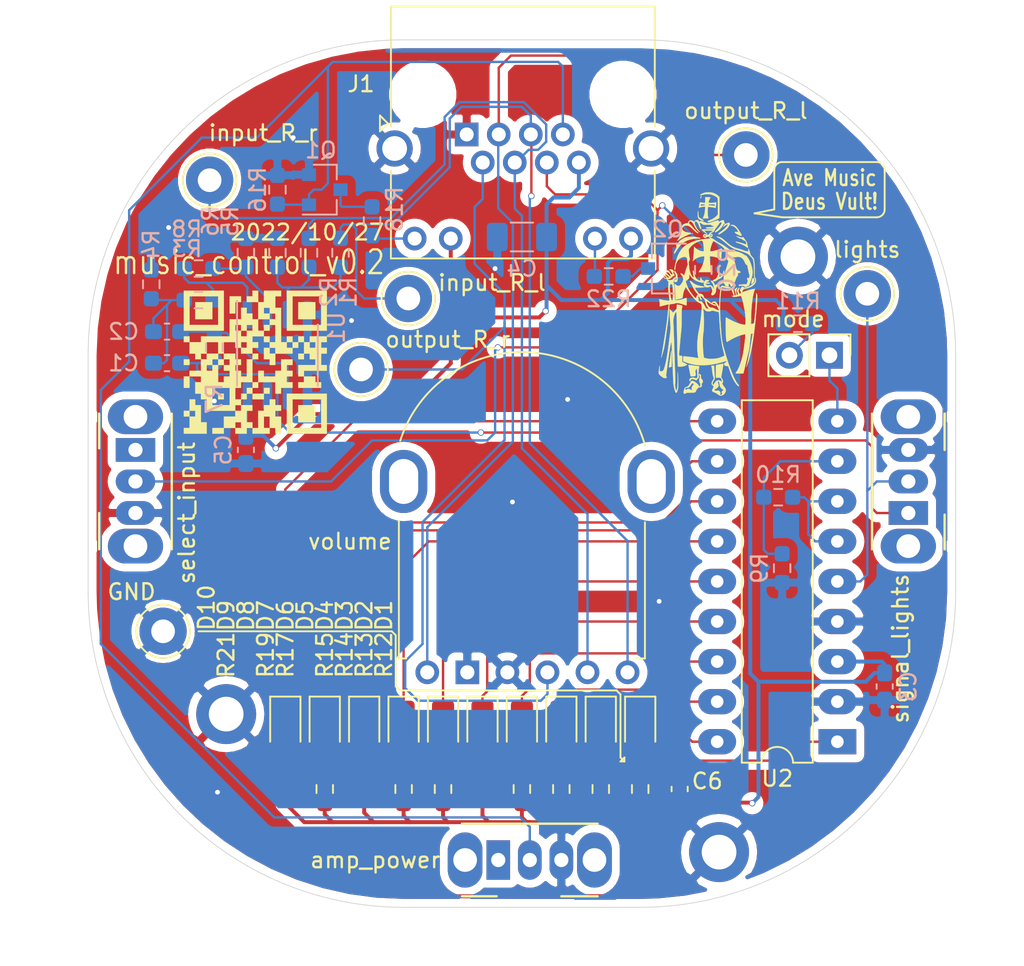
<source format=kicad_pcb>
(kicad_pcb (version 20171130) (host pcbnew "(5.1.7)-1")
  (title_block (title music_control) (date 2022-10-27) (rev v0.1) (company piro.tex))
  (layers (0 F.Cu signal) (31 B.Cu signal) (34 B.Paste user) (35 F.Paste user) (36 B.SilkS user) (37 F.SilkS user) (38 B.Mask user) (39 F.Mask user) (44 Edge.Cuts user))
  (net 0 "")
  (net 1 GND)
  (net 2 +12V)
  (net 3 /led_select_input_minus)
  (net 4 /led_amp_power_minus)
  (net 5 /select_input)
  (net 6 /input_R_r)
  (net 7 /output_R_r)
  (net 8 /amp_power)
  (net 9 /input_R_l)
  (net 10 /output_R_l)
  (net 11 "Net-(SW1-Pad1)")
  (net 12 "Net-(SW2-Pad1)")
  (net 13 "Net-(C1-Pad2)")
  (net 14 /signal_lights)
  (net 15 "Net-(C2-Pad1)")
  (net 16 "Net-(D1-Pad2)")
  (net 17 /led1)
  (net 18 "Net-(D2-Pad2)")
  (net 19 /led2)
  (net 20 "Net-(D3-Pad2)")
  (net 21 /led3)
  (net 22 "Net-(D4-Pad2)")
  (net 23 /led4)
  (net 24 /led5)
  (net 25 "Net-(D6-Pad2)")
  (net 26 /led6)
  (net 27 "Net-(D7-Pad2)")
  (net 28 /led7)
  (net 29 /led8)
  (net 30 "Net-(D9-Pad2)")
  (net 31 /led9)
  (net 32 /led10)
  (net 33 "Net-(JP1-Pad2)")
  (net 34 /mode)
  (net 35 "Net-(Q1-Pad3)")
  (net 36 "Net-(Q2-Pad3)")
  (net 37 "Net-(R1-Pad1)")
  (net 38 /filter)
  (net 39 "Net-(R6-Pad1)")
  (net 40 "Net-(R10-Pad2)")
  (net 41 "Net-(R10-Pad1)")
  (net 42 /lights)
  (module MountingHole:MountingHole_2.2mm_M2_DIN965_Pad (layer F.Cu) (at 83.75 112.75)
    (fp_text reference REF**)
    (fp_text value MountingHole_2.2mm_M2_DIN965_Pad)
    (pad 1 thru_hole circle (at 0 0) (size 3.8 3.8) (drill 2.2) (layers *.Cu *.Mask) (net 1 GND))
  )
  (module MountingHole:MountingHole_2.2mm_M2_DIN965_Pad (layer F.Cu) (at 120 83.75)
    (fp_text reference REF**)
    (fp_text value MountingHole_2.2mm_M2_DIN965_Pad)
    (pad 1 thru_hole circle (at 0 0) (size 3.8 3.8) (drill 2.2) (layers *.Cu *.Mask) (net 1 GND))
  )
  (module MountingHole:MountingHole_2.2mm_M2_DIN965_Pad (layer F.Cu) (at 115 121.5)
    (fp_text reference REF**)
    (fp_text value MountingHole_2.2mm_M2_DIN965_Pad)
    (pad 1 thru_hole circle (at 0 0) (size 3.8 3.8) (drill 2.2) (layers *.Cu *.Mask) (net 1 GND))
  )
  (module mine:Potentiometer_Dual (layer F.Cu) (at 102.5 100 90)
    (fp_text reference volume (at -1.8 -10.9 180) (layer F.SilkS))
    (fp_text value right)
    (pad 1 thru_hole rect (at -10.1 -3.46 90) (size 1.5 1.5) (drill 0.9) (layers *.Cu *.Mask) (net 1 GND))
    (pad 2 thru_hole circle (at -10.1 -6 90) (size 1.5 1.5) (drill 0.9) (layers *.Cu *.Mask) (net 10 /output_R_l))
    (pad 3 thru_hole circle (at -10.1 6.7 90) (size 1.5 1.5) (drill 0.9) (layers *.Cu *.Mask) (net 9 /input_R_l))
    (pad "" thru_hole oval (at 2 8.2 180) (size 3 4) (drill oval 1.85 2.85) (layers *.Cu *.Mask))
    (pad "" thru_hole oval (at 2 -7.5 180) (size 3 4) (drill oval 1.85 2.85) (layers *.Cu *.Mask))
    (pad 6 thru_hole circle (at -10.1 4.16 90) (size 1.5 1.5) (drill 0.9) (layers *.Cu *.Mask) (net 6 /input_R_r))
    (pad 5 thru_hole circle (at -10.1 1.62 90) (size 1.5 1.5) (drill 0.9) (layers *.Cu *.Mask) (net 7 /output_R_r))
    (pad 4 thru_hole circle (at -10.1 -0.92 90) (size 1.5 1.5) (drill 0.9) (layers *.Cu *.Mask) (net 1 GND))
  )
  (module Capacitor_SMD:C_0603_1608Metric_Pad1.08x0.95mm_HandSolder (layer F.Cu) (at 112.5 117.5 90)
    (fp_text reference C6 (at 0.5 1.75 180) (layer F.SilkS))
    (fp_text value 100n)
    (pad 2 smd roundrect (at 0.8625 0 90) (size 1.075 0.95) (layers F.Cu F.Paste F.Mask) (net 1 GND))
    (pad 1 smd roundrect (at -0.8625 0 90) (size 1.075 0.95) (layers F.Cu F.Paste F.Mask) (net 2 +12V))
  )
  (module TestPoint:TestPoint_Loop_D2.54mm_Drill1.5mm_Beaded (layer F.Cu) (at 79.75 107.5)
    (fp_text reference TP6)
    (fp_text value GND (at -2 -2.5) (layer F.SilkS))
    (pad 1 thru_hole circle (at 0 0) (size 3 3) (drill 1.5) (layers *.Cu *.Mask) (net 1 GND))
  )
  (module Package_DIP:DIP-18_W7.62mm_LongPads (layer F.Cu) (at 122.5 114.5 180)
    (fp_text reference U2 (at 3.81 -2.33) (layer F.SilkS))
    (fp_text value LM3915)
    (pad 18 thru_hole oval (at 7.62 0 180) (size 2.4 1.6) (drill 0.8) (layers *.Cu *.Mask) (net 19 /led2))
    (pad 9 thru_hole oval (at 0 20.32 180) (size 2.4 1.6) (drill 0.8) (layers *.Cu *.Mask) (net 34 /mode))
    (pad 17 thru_hole oval (at 7.62 2.54 180) (size 2.4 1.6) (drill 0.8) (layers *.Cu *.Mask) (net 21 /led3))
    (pad 8 thru_hole oval (at 0 17.78 180) (size 2.4 1.6) (drill 0.8) (layers *.Cu *.Mask) (net 40 "Net-(R10-Pad2)"))
    (pad 16 thru_hole oval (at 7.62 5.08 180) (size 2.4 1.6) (drill 0.8) (layers *.Cu *.Mask) (net 23 /led4))
    (pad 7 thru_hole oval (at 0 15.24 180) (size 2.4 1.6) (drill 0.8) (layers *.Cu *.Mask) (net 41 "Net-(R10-Pad1)"))
    (pad 15 thru_hole oval (at 7.62 7.62 180) (size 2.4 1.6) (drill 0.8) (layers *.Cu *.Mask) (net 24 /led5))
    (pad 6 thru_hole oval (at 0 12.7 180) (size 2.4 1.6) (drill 0.8) (layers *.Cu *.Mask) (net 41 "Net-(R10-Pad1)"))
    (pad 14 thru_hole oval (at 7.62 10.16 180) (size 2.4 1.6) (drill 0.8) (layers *.Cu *.Mask) (net 26 /led6))
    (pad 5 thru_hole oval (at 0 10.16 180) (size 2.4 1.6) (drill 0.8) (layers *.Cu *.Mask) (net 42 /lights))
    (pad 13 thru_hole oval (at 7.62 12.7 180) (size 2.4 1.6) (drill 0.8) (layers *.Cu *.Mask) (net 28 /led7))
    (pad 4 thru_hole oval (at 0 7.62 180) (size 2.4 1.6) (drill 0.8) (layers *.Cu *.Mask) (net 1 GND))
    (pad 12 thru_hole oval (at 7.62 15.24 180) (size 2.4 1.6) (drill 0.8) (layers *.Cu *.Mask) (net 29 /led8))
    (pad 3 thru_hole oval (at 0 5.08 180) (size 2.4 1.6) (drill 0.8) (layers *.Cu *.Mask) (net 2 +12V))
    (pad 11 thru_hole oval (at 7.62 17.78 180) (size 2.4 1.6) (drill 0.8) (layers *.Cu *.Mask) (net 31 /led9))
    (pad 2 thru_hole oval (at 0 2.54 180) (size 2.4 1.6) (drill 0.8) (layers *.Cu *.Mask) (net 1 GND))
    (pad 10 thru_hole oval (at 7.62 20.32 180) (size 2.4 1.6) (drill 0.8) (layers *.Cu *.Mask) (net 32 /led10))
    (pad 1 thru_hole rect (at 0 0 180) (size 2.4 1.6) (drill 0.8) (layers *.Cu *.Mask) (net 17 /led1))
  )
  (module Package_SO:SO-8_3.9x4.9mm_P1.27mm (layer B.Cu) (at 87 90 270)
    (fp_text reference U1 (at -1.75 -3.75 90) (layer B.SilkS) (effects (justify mirror)))
    (fp_text value LM2904)
    (pad 8 smd roundrect (at 2.575 1.905 270) (size 1.75 0.6) (layers B.Cu B.Paste B.Mask) (net 2 +12V))
    (pad 7 smd roundrect (at 2.575 0.635 270) (size 1.75 0.6) (layers B.Cu B.Paste B.Mask) (net 14 /signal_lights))
    (pad 6 smd roundrect (at 2.575 -0.635 270) (size 1.75 0.6) (layers B.Cu B.Paste B.Mask) (net 15 "Net-(C2-Pad1)"))
    (pad 5 smd roundrect (at 2.575 -1.905 270) (size 1.75 0.6) (layers B.Cu B.Paste B.Mask) (net 1 GND))
    (pad 4 smd roundrect (at -2.575 -1.905 270) (size 1.75 0.6) (layers B.Cu B.Paste B.Mask) (net 1 GND))
    (pad 3 smd roundrect (at -2.575 -0.635 270) (size 1.75 0.6) (layers B.Cu B.Paste B.Mask) (net 37 "Net-(R1-Pad1)"))
    (pad 2 smd roundrect (at -2.575 0.635 270) (size 1.75 0.6) (layers B.Cu B.Paste B.Mask) (net 39 "Net-(R6-Pad1)"))
    (pad 1 smd rect (at -2.575 1.905 270) (size 1.75 0.6) (layers B.Cu B.Paste B.Mask) (net 38 /filter))
  )
  (module TestPoint:TestPoint_Loop_D2.54mm_Drill1.5mm_Beaded (layer F.Cu) (at 92.3 90.9)
    (fp_text reference TP5)
    (fp_text value output_R_r (at 5.5 -1.9) (layer F.SilkS))
    (pad 1 thru_hole circle (at 0 0) (size 3 3) (drill 1.5) (layers *.Cu *.Mask) (net 7 /output_R_r))
  )
  (module TestPoint:TestPoint_Loop_D2.54mm_Drill1.5mm_Beaded (layer F.Cu) (at 116.7 77.3)
    (fp_text reference TP4)
    (fp_text value output_R_l (at 0 -2.8) (layer F.SilkS))
    (pad 1 thru_hole circle (at 0 0) (size 3 3) (drill 1.5) (layers *.Cu *.Mask) (net 10 /output_R_l))
  )
  (module TestPoint:TestPoint_Loop_D2.54mm_Drill1.5mm_Beaded (layer F.Cu) (at 82.7 78.9)
    (fp_text reference TP3)
    (fp_text value input_R_r (at 3.4 -3) (layer F.SilkS))
    (pad 1 thru_hole circle (at 0 0) (size 3 3) (drill 1.5) (layers *.Cu *.Mask) (net 6 /input_R_r))
  )
  (module TestPoint:TestPoint_Loop_D2.54mm_Drill1.5mm_Beaded (layer F.Cu) (at 95.3 86.4)
    (fp_text reference TP2)
    (fp_text value input_R_l (at 5.3 -1) (layer F.SilkS))
    (pad 1 thru_hole circle (at 0 0) (size 3 3) (drill 1.5) (layers *.Cu *.Mask) (net 9 /input_R_l))
  )
  (module TestPoint:TestPoint_Loop_D2.54mm_Drill1.5mm_Beaded (layer F.Cu) (at 124.4 86.1)
    (fp_text reference TP1)
    (fp_text value lights (at 0 -2.8) (layer F.SilkS))
    (pad 1 thru_hole circle (at 0 0) (size 3 3) (drill 1.5) (layers *.Cu *.Mask) (net 42 /lights))
  )
  (module Button_Switch_THT:SW_CuK_OS102011MA1QN1_SPDT_Angled (layer F.Cu) (at 127 100 90)
    (fp_text reference SW3)
    (fp_text value signal_lights (at -8.6 -0.5 90) (layer F.SilkS))
    (pad "" thru_hole oval (at 6.1 0 90) (size 2.2 3.5) (drill 1.5) (layers *.Cu *.Mask))
    (pad "" thru_hole oval (at -2.1 0 90) (size 2.2 3.5) (drill 1.5) (layers *.Cu *.Mask))
    (pad 3 thru_hole oval (at 4 0 90) (size 1.5 2.5) (drill 0.9) (layers *.Cu *.Mask) (net 1 GND))
    (pad 2 thru_hole oval (at 2 0 90) (size 1.5 2.5) (drill 0.9) (layers *.Cu *.Mask) (net 42 /lights))
    (pad 1 thru_hole rect (at 0 0 90) (size 1.5 2.5) (drill 0.9) (layers *.Cu *.Mask) (net 14 /signal_lights))
  )
  (module Button_Switch_THT:SW_CuK_OS102011MA1QN1_SPDT_Angled (layer F.Cu) (at 78 96 270)
    (fp_text reference SW2)
    (fp_text value select_input (at 4 -3.25 90) (layer F.SilkS))
    (pad "" thru_hole oval (at 6.1 0 270) (size 2.2 3.5) (drill 1.5) (layers *.Cu *.Mask))
    (pad "" thru_hole oval (at -2.1 0 270) (size 2.2 3.5) (drill 1.5) (layers *.Cu *.Mask))
    (pad 3 thru_hole oval (at 4 0 270) (size 1.5 2.5) (drill 0.9) (layers *.Cu *.Mask) (net 1 GND))
    (pad 2 thru_hole oval (at 2 0 270) (size 1.5 2.5) (drill 0.9) (layers *.Cu *.Mask) (net 5 /select_input))
    (pad 1 thru_hole rect (at 0 0 270) (size 1.5 2.5) (drill 0.9) (layers *.Cu *.Mask) (net 12 "Net-(SW2-Pad1)"))
  )
  (module Button_Switch_THT:SW_CuK_OS102011MA1QN1_SPDT_Angled (layer F.Cu) (at 101 122)
    (fp_text reference SW1)
    (fp_text value amp_power (at -7.8 0) (layer F.SilkS))
    (pad "" thru_hole oval (at 6.1 0) (size 2.2 3.5) (drill 1.5) (layers *.Cu *.Mask))
    (pad "" thru_hole oval (at -2.1 0) (size 2.2 3.5) (drill 1.5) (layers *.Cu *.Mask))
    (pad 3 thru_hole oval (at 4 0) (size 1.5 2.5) (drill 0.9) (layers *.Cu *.Mask) (net 1 GND))
    (pad 2 thru_hole oval (at 2 0) (size 1.5 2.5) (drill 0.9) (layers *.Cu *.Mask) (net 8 /amp_power))
    (pad 1 thru_hole rect (at 0 0) (size 1.5 2.5) (drill 0.9) (layers *.Cu *.Mask) (net 11 "Net-(SW1-Pad1)"))
  )
  (module Resistor_SMD:R_0603_1608Metric_Pad0.98x0.95mm_HandSolder (layer B.Cu) (at 108 85)
    (fp_text reference R22 (at 0 1.43) (layer B.SilkS) (effects (justify mirror)))
    (fp_text value 1k)
    (pad 2 smd roundrect (at 0.9125 0) (size 0.975 0.95) (layers B.Cu B.Paste B.Mask) (net 36 "Net-(Q2-Pad3)"))
    (pad 1 smd roundrect (at -0.9125 0) (size 0.975 0.95) (layers B.Cu B.Paste B.Mask) (net 3 /led_select_input_minus))
  )
  (module Resistor_SMD:R_0603_1608Metric_Pad0.98x0.95mm_HandSolder (layer F.Cu) (at 90 117.5 90)
    (fp_text reference R21 (at 8.5 -6.25 270) (layer F.SilkS))
    (fp_text value 51)
    (pad 2 smd roundrect (at 0.9125 0 90) (size 0.975 0.95) (layers F.Cu F.Paste F.Mask) (net 30 "Net-(D9-Pad2)"))
    (pad 1 smd roundrect (at -0.9125 0 90) (size 0.975 0.95) (layers F.Cu F.Paste F.Mask) (net 2 +12V))
  )
  (module Resistor_SMD:R_0603_1608Metric_Pad0.98x0.95mm_HandSolder (layer B.Cu) (at 114 84.5875 270)
    (fp_text reference R20 (at 0 -1.5 90) (layer B.SilkS) (effects (justify mirror)))
    (fp_text value 10k)
    (pad 2 smd roundrect (at 0.9125 0 270) (size 0.975 0.95) (layers B.Cu B.Paste B.Mask) (net 1 GND))
    (pad 1 smd roundrect (at -0.9125 0 270) (size 0.975 0.95) (layers B.Cu B.Paste B.Mask) (net 5 /select_input))
  )
  (module Resistor_SMD:R_0603_1608Metric_Pad0.98x0.95mm_HandSolder (layer F.Cu) (at 95 117.5 90)
    (fp_text reference R19 (at 8.5 -8.75 270) (layer F.SilkS))
    (fp_text value 33)
    (pad 2 smd roundrect (at 0.9125 0 90) (size 0.975 0.95) (layers F.Cu F.Paste F.Mask) (net 27 "Net-(D7-Pad2)"))
    (pad 1 smd roundrect (at -0.9125 0 90) (size 0.975 0.95) (layers F.Cu F.Paste F.Mask) (net 2 +12V))
  )
  (module Resistor_SMD:R_0603_1608Metric_Pad0.98x0.95mm_HandSolder (layer B.Cu) (at 93 81.5 90)
    (fp_text reference R18 (at 0.75 1.43 90) (layer B.SilkS) (effects (justify mirror)))
    (fp_text value 1k)
    (pad 2 smd roundrect (at 0.9125 0 90) (size 0.975 0.95) (layers B.Cu B.Paste B.Mask) (net 35 "Net-(Q1-Pad3)"))
    (pad 1 smd roundrect (at -0.9125 0 90) (size 0.975 0.95) (layers B.Cu B.Paste B.Mask) (net 4 /led_amp_power_minus))
  )
  (module Resistor_SMD:R_0603_1608Metric_Pad0.98x0.95mm_HandSolder (layer F.Cu) (at 97.5 117.5 90)
    (fp_text reference R17 (at 8.5 -10 270) (layer F.SilkS))
    (fp_text value 68)
    (pad 2 smd roundrect (at 0.9125 0 90) (size 0.975 0.95) (layers F.Cu F.Paste F.Mask) (net 25 "Net-(D6-Pad2)"))
    (pad 1 smd roundrect (at -0.9125 0 90) (size 0.975 0.95) (layers F.Cu F.Paste F.Mask) (net 2 +12V))
  )
  (module Resistor_SMD:R_0603_1608Metric_Pad0.98x0.95mm_HandSolder (layer B.Cu) (at 87 79.5 90)
    (fp_text reference R16 (at 0 -1.25 90) (layer B.SilkS) (effects (justify mirror)))
    (fp_text value 10k)
    (pad 2 smd roundrect (at 0.9125 0 90) (size 0.975 0.95) (layers B.Cu B.Paste B.Mask) (net 1 GND))
    (pad 1 smd roundrect (at -0.9125 0 90) (size 0.975 0.95) (layers B.Cu B.Paste B.Mask) (net 8 /amp_power))
  )
  (module Resistor_SMD:R_0603_1608Metric_Pad0.98x0.95mm_HandSolder (layer F.Cu) (at 102.5 117.5 90)
    (fp_text reference R15 (at 8.5 -12.5 270) (layer F.SilkS))
    (fp_text value 24)
    (pad 2 smd roundrect (at 0.9125 0 90) (size 0.975 0.95) (layers F.Cu F.Paste F.Mask) (net 22 "Net-(D4-Pad2)"))
    (pad 1 smd roundrect (at -0.9125 0 90) (size 0.975 0.95) (layers F.Cu F.Paste F.Mask) (net 2 +12V))
  )
  (module Resistor_SMD:R_0603_1608Metric_Pad0.98x0.95mm_HandSolder (layer F.Cu) (at 105 117.5 90)
    (fp_text reference R14 (at 8.5 -13.75 270) (layer F.SilkS))
    (fp_text value 51)
    (pad 2 smd roundrect (at 0.9125 0 90) (size 0.975 0.95) (layers F.Cu F.Paste F.Mask) (net 20 "Net-(D3-Pad2)"))
    (pad 1 smd roundrect (at -0.9125 0 90) (size 0.975 0.95) (layers F.Cu F.Paste F.Mask) (net 2 +12V))
  )
  (module Resistor_SMD:R_0603_1608Metric_Pad0.98x0.95mm_HandSolder (layer F.Cu) (at 107.5 117.5 90)
    (fp_text reference R13 (at 8.5 -15 270) (layer F.SilkS))
    (fp_text value 75)
    (pad 2 smd roundrect (at 0.9125 0 90) (size 0.975 0.95) (layers F.Cu F.Paste F.Mask) (net 18 "Net-(D2-Pad2)"))
    (pad 1 smd roundrect (at -0.9125 0 90) (size 0.975 0.95) (layers F.Cu F.Paste F.Mask) (net 2 +12V))
  )
  (module Resistor_SMD:R_0603_1608Metric_Pad0.98x0.95mm_HandSolder (layer F.Cu) (at 110 117.5 90)
    (fp_text reference R12 (at 8.5 -16.25 270) (layer F.SilkS))
    (fp_text value 100)
    (pad 2 smd roundrect (at 0.9125 0 90) (size 0.975 0.95) (layers F.Cu F.Paste F.Mask) (net 16 "Net-(D1-Pad2)"))
    (pad 1 smd roundrect (at -0.9125 0 90) (size 0.975 0.95) (layers F.Cu F.Paste F.Mask) (net 2 +12V))
  )
  (module Resistor_SMD:R_0603_1608Metric_Pad0.98x0.95mm_HandSolder (layer B.Cu) (at 120 88 180)
    (fp_text reference R11 (at 0 1.43) (layer B.SilkS) (effects (justify mirror)))
    (fp_text value 1k)
    (pad 2 smd roundrect (at 0.9125 0 180) (size 0.975 0.95) (layers B.Cu B.Paste B.Mask) (net 2 +12V))
    (pad 1 smd roundrect (at -0.9125 0 180) (size 0.975 0.95) (layers B.Cu B.Paste B.Mask) (net 33 "Net-(JP1-Pad2)"))
  )
  (module Resistor_SMD:R_0603_1608Metric_Pad0.98x0.95mm_HandSolder (layer B.Cu) (at 118.75 99 180)
    (fp_text reference R10 (at 0 1.43) (layer B.SilkS) (effects (justify mirror)))
    (fp_text value 390)
    (pad 2 smd roundrect (at 0.9125 0 180) (size 0.975 0.95) (layers B.Cu B.Paste B.Mask) (net 40 "Net-(R10-Pad2)"))
    (pad 1 smd roundrect (at -0.9125 0 180) (size 0.975 0.95) (layers B.Cu B.Paste B.Mask) (net 41 "Net-(R10-Pad1)"))
  )
  (module Resistor_SMD:R_0603_1608Metric_Pad0.98x0.95mm_HandSolder (layer B.Cu) (at 119 103.5 270)
    (fp_text reference R9 (at 0 1.43 270) (layer B.SilkS) (effects (justify mirror)))
    (fp_text value 2.7k)
    (pad 2 smd roundrect (at 0.9125 0 270) (size 0.975 0.95) (layers B.Cu B.Paste B.Mask) (net 1 GND))
    (pad 1 smd roundrect (at -0.9125 0 270) (size 0.975 0.95) (layers B.Cu B.Paste B.Mask) (net 40 "Net-(R10-Pad2)"))
  )
  (module Resistor_SMD:R_0603_1608Metric_Pad0.98x0.95mm_HandSolder (layer B.Cu) (at 82 84.5)
    (fp_text reference R8 (at -0.75 -2.5) (layer B.SilkS) (effects (justify mirror)))
    (fp_text value 82k)
    (pad 2 smd roundrect (at 0.9125 0) (size 0.975 0.95) (layers B.Cu B.Paste B.Mask) (net 39 "Net-(R6-Pad1)"))
    (pad 1 smd roundrect (at -0.9125 0) (size 0.975 0.95) (layers B.Cu B.Paste B.Mask) (net 38 /filter))
  )
  (module Resistor_SMD:R_0603_1608Metric_Pad0.98x0.95mm_HandSolder (layer B.Cu) (at 83 89.5 90)
    (fp_text reference R7 (at -3.25 0 270) (layer B.SilkS) (effects (justify mirror)))
    (fp_text value 330k)
    (pad 2 smd roundrect (at 0.9125 0 90) (size 0.975 0.95) (layers B.Cu B.Paste B.Mask) (net 15 "Net-(C2-Pad1)"))
    (pad 1 smd roundrect (at -0.9125 0 90) (size 0.975 0.95) (layers B.Cu B.Paste B.Mask) (net 14 /signal_lights))
  )
  (module Resistor_SMD:R_0603_1608Metric_Pad0.98x0.95mm_HandSolder (layer B.Cu) (at 85 83.5 90)
    (fp_text reference R6 (at 2 -2.25 90) (layer B.SilkS) (effects (justify mirror)))
    (fp_text value 10k)
    (pad 2 smd roundrect (at 0.9125 0 90) (size 0.975 0.95) (layers B.Cu B.Paste B.Mask) (net 1 GND))
    (pad 1 smd roundrect (at -0.9125 0 90) (size 0.975 0.95) (layers B.Cu B.Paste B.Mask) (net 39 "Net-(R6-Pad1)"))
  )
  (module Resistor_SMD:R_0603_1608Metric_Pad0.98x0.95mm_HandSolder (layer B.Cu) (at 87 83.5 270)
    (fp_text reference R5 (at -2 3 90) (layer B.SilkS) (effects (justify mirror)))
    (fp_text value 10k)
    (pad 2 smd roundrect (at 0.9125 0 270) (size 0.975 0.95) (layers B.Cu B.Paste B.Mask) (net 37 "Net-(R1-Pad1)"))
    (pad 1 smd roundrect (at -0.9125 0 270) (size 0.975 0.95) (layers B.Cu B.Paste B.Mask) (net 1 GND))
  )
  (module Resistor_SMD:R_0603_1608Metric_Pad0.98x0.95mm_HandSolder (layer B.Cu) (at 79 85.5 90)
    (fp_text reference R4 (at 2.5 0 90) (layer B.SilkS) (effects (justify mirror)))
    (fp_text value 8R)
    (pad 2 smd roundrect (at 0.9125 0 90) (size 0.975 0.95) (layers B.Cu B.Paste B.Mask) (net 1 GND))
    (pad 1 smd roundrect (at -0.9125 0 90) (size 0.975 0.95) (layers B.Cu B.Paste B.Mask) (net 13 "Net-(C1-Pad2)"))
  )
  (module Resistor_SMD:R_0603_1608Metric_Pad0.98x0.95mm_HandSolder (layer B.Cu) (at 82 86.5)
    (fp_text reference R3 (at -0.75 -3.25) (layer B.SilkS) (effects (justify mirror)))
    (fp_text value 16k)
    (pad 2 smd roundrect (at 0.9125 0) (size 0.975 0.95) (layers B.Cu B.Paste B.Mask) (net 38 /filter))
    (pad 1 smd roundrect (at -0.9125 0) (size 0.975 0.95) (layers B.Cu B.Paste B.Mask) (net 13 "Net-(C1-Pad2)"))
  )
  (module Resistor_SMD:R_0603_1608Metric_Pad0.98x0.95mm_HandSolder (layer B.Cu) (at 89 83.5 90)
    (fp_text reference R2 (at -2.5 1.25 90) (layer B.SilkS) (effects (justify mirror)))
    (fp_text value 10k)
    (pad 2 smd roundrect (at 0.9125 0 90) (size 0.975 0.95) (layers B.Cu B.Paste B.Mask) (net 6 /input_R_r))
    (pad 1 smd roundrect (at -0.9125 0 90) (size 0.975 0.95) (layers B.Cu B.Paste B.Mask) (net 37 "Net-(R1-Pad1)"))
  )
  (module Resistor_SMD:R_0603_1608Metric_Pad0.98x0.95mm_HandSolder (layer B.Cu) (at 91 83.5 90)
    (fp_text reference R1 (at -2.5 0.5 90) (layer B.SilkS) (effects (justify mirror)))
    (fp_text value 10k)
    (pad 2 smd roundrect (at 0.9125 0 90) (size 0.975 0.95) (layers B.Cu B.Paste B.Mask) (net 9 /input_R_l))
    (pad 1 smd roundrect (at -0.9125 0 90) (size 0.975 0.95) (layers B.Cu B.Paste B.Mask) (net 37 "Net-(R1-Pad1)"))
  )
  (module Package_TO_SOT_SMD:SOT-23 (layer B.Cu) (at 111.5 84.5 180)
    (fp_text reference Q2 (at -0.25 2.5) (layer B.SilkS) (effects (justify mirror)))
    (fp_text value BSS138)
    (pad 3 smd rect (at 1 0 180) (size 0.9 0.8) (layers B.Cu B.Paste B.Mask) (net 36 "Net-(Q2-Pad3)"))
    (pad 2 smd rect (at -1 -0.95 180) (size 0.9 0.8) (layers B.Cu B.Paste B.Mask) (net 1 GND))
    (pad 1 smd rect (at -1 0.95 180) (size 0.9 0.8) (layers B.Cu B.Paste B.Mask) (net 5 /select_input))
  )
  (module Package_TO_SOT_SMD:SOT-23 (layer B.Cu) (at 90 79.5)
    (fp_text reference Q1 (at -0.25 -2.5) (layer B.SilkS) (effects (justify mirror)))
    (fp_text value BSS138)
    (pad 3 smd rect (at 1 0) (size 0.9 0.8) (layers B.Cu B.Paste B.Mask) (net 35 "Net-(Q1-Pad3)"))
    (pad 2 smd rect (at -1 -0.95) (size 0.9 0.8) (layers B.Cu B.Paste B.Mask) (net 1 GND))
    (pad 1 smd rect (at -1 0.95) (size 0.9 0.8) (layers B.Cu B.Paste B.Mask) (net 8 /amp_power))
  )
  (module Connector_PinHeader_2.54mm:PinHeader_1x02_P2.54mm_Vertical (layer F.Cu) (at 122 90 270)
    (fp_text reference JP1)
    (fp_text value mode (at -2.3 2.3 180) (layer F.SilkS))
    (pad 2 thru_hole oval (at 0 2.54 270) (size 1.7 1.7) (drill 1) (layers *.Cu *.Mask) (net 33 "Net-(JP1-Pad2)"))
    (pad 1 thru_hole rect (at 0 0 270) (size 1.7 1.7) (drill 1) (layers *.Cu *.Mask) (net 34 /mode))
  )
  (module Connector_RJ:RJ45_Amphenol_RJHSE538X (layer F.Cu) (at 99 76)
    (fp_text reference J1 (at -6.7 -3.2) (layer F.SilkS))
    (fp_text value control)
    (pad 12 thru_hole circle (at 10.42 6.6) (size 1.5 1.5) (drill 0.89) (layers *.Cu *.Mask) (net 2 +12V))
    (pad 11 thru_hole circle (at 8.13 6.6) (size 1.5 1.5) (drill 0.89) (layers *.Cu *.Mask) (net 3 /led_select_input_minus))
    (pad 10 thru_hole circle (at -1.01 6.6) (size 1.5 1.5) (drill 0.89) (layers *.Cu *.Mask) (net 2 +12V))
    (pad 9 thru_hole circle (at -3.3 6.6) (size 1.5 1.5) (drill 0.89) (layers *.Cu *.Mask) (net 4 /led_amp_power_minus))
    (pad SH thru_hole circle (at -4.57 0.89) (size 2.3 2.3) (drill 1.57) (layers *.Cu *.Mask) (net 1 GND))
    (pad SH thru_hole circle (at 11.69 0.89) (size 2.3 2.3) (drill 1.57) (layers *.Cu *.Mask) (net 1 GND))
    (pad "" np_thru_hole circle (at 9.91 -2.54) (size 3.25 3.25) (drill 3.25) (layers *.Cu *.Mask))
    (pad "" np_thru_hole circle (at -2.79 -2.54) (size 3.25 3.25) (drill 3.25) (layers *.Cu *.Mask))
    (pad 8 thru_hole circle (at 7.112 1.78) (size 1.5 1.5) (drill 0.89) (layers *.Cu *.Mask) (net 2 +12V))
    (pad 6 thru_hole circle (at 5.08 1.78) (size 1.5 1.5) (drill 0.89) (layers *.Cu *.Mask) (net 5 /select_input))
    (pad 4 thru_hole circle (at 3.048 1.78) (size 1.5 1.5) (drill 0.89) (layers *.Cu *.Mask) (net 6 /input_R_r))
    (pad 2 thru_hole circle (at 1.016 1.78) (size 1.5 1.5) (drill 0.89) (layers *.Cu *.Mask) (net 7 /output_R_r))
    (pad 7 thru_hole circle (at 6.096 0) (size 1.5 1.5) (drill 0.89) (layers *.Cu *.Mask) (net 8 /amp_power))
    (pad 5 thru_hole circle (at 4.064 0) (size 1.5 1.5) (drill 0.89) (layers *.Cu *.Mask) (net 9 /input_R_l))
    (pad 3 thru_hole circle (at 2.032 0) (size 1.5 1.5) (drill 0.89) (layers *.Cu *.Mask) (net 10 /output_R_l))
    (pad 1 thru_hole rect (at 0 0) (size 1.5 1.5) (drill 0.89) (layers *.Cu *.Mask) (net 1 GND))
  )
  (module LED_SMD:LED_0805_2012Metric_Pad1.15x1.40mm_HandSolder (layer F.Cu) (at 87.5 113.5 270)
    (fp_text reference D10 (at -7.5 5 270) (layer F.SilkS))
    (fp_text value red)
    (pad 2 smd roundrect (at 1.025 0 270) (size 1.15 1.4) (layers F.Cu F.Paste F.Mask) (roundrect_rratio 0.2173904347826087) (net 2 +12V))
    (pad 1 smd roundrect (at -1.025 0 270) (size 1.15 1.4) (layers F.Cu F.Paste F.Mask) (roundrect_rratio 0.2173904347826087) (net 32 /led10))
  )
  (module LED_SMD:LED_0805_2012Metric_Pad1.15x1.40mm_HandSolder (layer F.Cu) (at 90 113.5 270)
    (fp_text reference D9 (at -7 6.25 270) (layer F.SilkS))
    (fp_text value red)
    (pad 2 smd roundrect (at 1.025 0 270) (size 1.15 1.4) (layers F.Cu F.Paste F.Mask) (roundrect_rratio 0.2173904347826087) (net 30 "Net-(D9-Pad2)"))
    (pad 1 smd roundrect (at -1.025 0 270) (size 1.15 1.4) (layers F.Cu F.Paste F.Mask) (roundrect_rratio 0.2173904347826087) (net 31 /led9))
  )
  (module LED_SMD:LED_0805_2012Metric_Pad1.15x1.40mm_HandSolder (layer F.Cu) (at 92.5 113.5 270)
    (fp_text reference D8 (at -7 7.5 270) (layer F.SilkS))
    (fp_text value orange)
    (pad 2 smd roundrect (at 1.025 0 270) (size 1.15 1.4) (layers F.Cu F.Paste F.Mask) (roundrect_rratio 0.2173904347826087) (net 2 +12V))
    (pad 1 smd roundrect (at -1.025 0 270) (size 1.15 1.4) (layers F.Cu F.Paste F.Mask) (roundrect_rratio 0.2173904347826087) (net 29 /led8))
  )
  (module LED_SMD:LED_0805_2012Metric_Pad1.15x1.40mm_HandSolder (layer F.Cu) (at 95 113.5 270)
    (fp_text reference D7 (at -7 8.75 270) (layer F.SilkS))
    (fp_text value orange)
    (pad 2 smd roundrect (at 1.025 0 270) (size 1.15 1.4) (layers F.Cu F.Paste F.Mask) (roundrect_rratio 0.2173904347826087) (net 27 "Net-(D7-Pad2)"))
    (pad 1 smd roundrect (at -1.025 0 270) (size 1.15 1.4) (layers F.Cu F.Paste F.Mask) (roundrect_rratio 0.2173904347826087) (net 28 /led7))
  )
  (module LED_SMD:LED_0805_2012Metric_Pad1.15x1.40mm_HandSolder (layer F.Cu) (at 97.5 113.5 270)
    (fp_text reference D6 (at -7 10 270) (layer F.SilkS))
    (fp_text value orange)
    (pad 2 smd roundrect (at 1.025 0 270) (size 1.15 1.4) (layers F.Cu F.Paste F.Mask) (roundrect_rratio 0.2173904347826087) (net 25 "Net-(D6-Pad2)"))
    (pad 1 smd roundrect (at -1.025 0 270) (size 1.15 1.4) (layers F.Cu F.Paste F.Mask) (roundrect_rratio 0.2173904347826087) (net 26 /led6))
  )
  (module LED_SMD:LED_0805_2012Metric_Pad1.15x1.40mm_HandSolder (layer F.Cu) (at 100 113.5 270)
    (fp_text reference D5 (at -7 11.25 270) (layer F.SilkS))
    (fp_text value green)
    (pad 2 smd roundrect (at 1.025 0 270) (size 1.15 1.4) (layers F.Cu F.Paste F.Mask) (roundrect_rratio 0.2173904347826087) (net 2 +12V))
    (pad 1 smd roundrect (at -1.025 0 270) (size 1.15 1.4) (layers F.Cu F.Paste F.Mask) (roundrect_rratio 0.2173904347826087) (net 24 /led5))
  )
  (module LED_SMD:LED_0805_2012Metric_Pad1.15x1.40mm_HandSolder (layer F.Cu) (at 102.5 113.5 270)
    (fp_text reference D4 (at -7 12.5 270) (layer F.SilkS))
    (fp_text value green)
    (pad 2 smd roundrect (at 1.025 0 270) (size 1.15 1.4) (layers F.Cu F.Paste F.Mask) (roundrect_rratio 0.2173904347826087) (net 22 "Net-(D4-Pad2)"))
    (pad 1 smd roundrect (at -1.025 0 270) (size 1.15 1.4) (layers F.Cu F.Paste F.Mask) (roundrect_rratio 0.2173904347826087) (net 23 /led4))
  )
  (module LED_SMD:LED_0805_2012Metric_Pad1.15x1.40mm_HandSolder (layer F.Cu) (at 105 113.5 270)
    (fp_text reference D3 (at -7 13.75 270) (layer F.SilkS))
    (fp_text value green)
    (pad 2 smd roundrect (at 1.025 0 270) (size 1.15 1.4) (layers F.Cu F.Paste F.Mask) (roundrect_rratio 0.2173904347826087) (net 20 "Net-(D3-Pad2)"))
    (pad 1 smd roundrect (at -1.025 0 270) (size 1.15 1.4) (layers F.Cu F.Paste F.Mask) (roundrect_rratio 0.2173904347826087) (net 21 /led3))
  )
  (module LED_SMD:LED_0805_2012Metric_Pad1.15x1.40mm_HandSolder (layer F.Cu) (at 107.5 113.5 270)
    (fp_text reference D2 (at -7 15 270) (layer F.SilkS))
    (fp_text value green)
    (pad 2 smd roundrect (at 1.025 0 270) (size 1.15 1.4) (layers F.Cu F.Paste F.Mask) (roundrect_rratio 0.2173904347826087) (net 18 "Net-(D2-Pad2)"))
    (pad 1 smd roundrect (at -1.025 0 270) (size 1.15 1.4) (layers F.Cu F.Paste F.Mask) (roundrect_rratio 0.2173904347826087) (net 19 /led2))
  )
  (module LED_SMD:LED_0805_2012Metric_Pad1.15x1.40mm_HandSolder (layer F.Cu) (at 110 113.5 270)
    (fp_text reference D1 (at -7 16.25 270) (layer F.SilkS))
    (fp_text value green)
    (pad 2 smd roundrect (at 1.025 0 270) (size 1.15 1.4) (layers F.Cu F.Paste F.Mask) (roundrect_rratio 0.2173904347826087) (net 16 "Net-(D1-Pad2)"))
    (pad 1 smd roundrect (at -1.025 0 270) (size 1.15 1.4) (layers F.Cu F.Paste F.Mask) (roundrect_rratio 0.2173904347826087) (net 17 /led1))
  )
  (module Capacitor_SMD:C_0603_1608Metric_Pad1.08x0.95mm_HandSolder (layer B.Cu) (at 85 96 270)
    (fp_text reference C5 (at 0 1.43 90) (layer B.SilkS) (effects (justify mirror)))
    (fp_text value 100n)
    (pad 2 smd roundrect (at 0.8625 0 270) (size 1.075 0.95) (layers B.Cu B.Paste B.Mask) (net 1 GND))
    (pad 1 smd roundrect (at -0.8625 0 270) (size 1.075 0.95) (layers B.Cu B.Paste B.Mask) (net 2 +12V))
  )
  (module Capacitor_SMD:C_1206_3216Metric_Pad1.33x1.80mm_HandSolder (layer B.Cu) (at 102.5 82.5 180)
    (fp_text reference C4 (at 0 -2) (layer B.SilkS) (effects (justify mirror)))
    (fp_text value 4.7u)
    (pad 2 smd roundrect (at 1.5625 0 180) (size 1.325 1.8) (layers B.Cu B.Paste B.Mask) (roundrect_rratio 0.1886784905660377) (net 1 GND))
    (pad 1 smd roundrect (at -1.5625 0 180) (size 1.325 1.8) (layers B.Cu B.Paste B.Mask) (roundrect_rratio 0.1886784905660377) (net 2 +12V))
  )
  (module Capacitor_SMD:C_0603_1608Metric_Pad1.08x0.95mm_HandSolder (layer B.Cu) (at 125.5 111 270)
    (fp_text reference C3 (at 0 -1.5 90) (layer B.SilkS) (effects (justify mirror)))
    (fp_text value 100n)
    (pad 2 smd roundrect (at 0.8625 0 270) (size 1.075 0.95) (layers B.Cu B.Paste B.Mask) (net 1 GND))
    (pad 1 smd roundrect (at -0.8625 0 270) (size 1.075 0.95) (layers B.Cu B.Paste B.Mask) (net 2 +12V))
  )
  (module Capacitor_SMD:C_0603_1608Metric_Pad1.08x0.95mm_HandSolder (layer B.Cu) (at 80 88.5 180)
    (fp_text reference C2 (at 2.75 0) (layer B.SilkS) (effects (justify mirror)))
    (fp_text value 100n)
    (pad 2 smd roundrect (at 0.8625 0 180) (size 1.075 0.95) (layers B.Cu B.Paste B.Mask) (net 13 "Net-(C1-Pad2)"))
    (pad 1 smd roundrect (at -0.8625 0 180) (size 1.075 0.95) (layers B.Cu B.Paste B.Mask) (net 15 "Net-(C2-Pad1)"))
  )
  (module Capacitor_SMD:C_0603_1608Metric_Pad1.08x0.95mm_HandSolder (layer B.Cu) (at 80 90.5 180)
    (fp_text reference C1 (at 2.75 0) (layer B.SilkS) (effects (justify mirror)))
    (fp_text value 100n)
    (pad 2 smd roundrect (at 0.8625 0 180) (size 1.075 0.95) (layers B.Cu B.Paste B.Mask) (net 13 "Net-(C1-Pad2)"))
    (pad 1 smd roundrect (at -0.8625 0 180) (size 1.075 0.95) (layers B.Cu B.Paste B.Mask) (net 14 /signal_lights))
  )
  (module mine:knight_10x13mm (layer F.Cu) (at 114.3 86.1)
    (fp_text reference G*** hide)
    (fp_text value LOGO hide)
  )
  (module mine:qr_code_front_10mm (layer F.Cu) (at 85.6 90.4 270)
    (fp_text reference G*** hide)
    (fp_text value LOGO hide)
  )
  (gr_line (start 117.25 81) (end 118.5 80.75) (layer F.SilkS) (width 0.12))
  (gr_line (start 119 81.25) (end 117.25 81) (layer F.SilkS) (width 0.12))
  (gr_arc (start 119 78.25) (end 119 77.75) (angle -90) (layer F.SilkS) (width 0.12))
  (gr_line (start 118.5 78.25) (end 118.5 80.75) (layer F.SilkS) (width 0.12))
  (gr_line (start 125 77.75) (end 119 77.75) (layer F.SilkS) (width 0.12))
  (gr_arc (start 125 78.25) (end 125.5 78.25) (angle -90) (layer F.SilkS) (width 0.12))
  (gr_line (start 125.5 80.75) (end 125.5 78.25) (layer F.SilkS) (width 0.12))
  (gr_arc (start 125 80.75) (end 125 81.25) (angle -90) (layer F.SilkS) (width 0.12))
  (gr_line (start 119 81.25) (end 125 81.25) (layer F.SilkS) (width 0.12))
  (gr_text "Deus Vult!" (at 122 80.25) (layer F.SilkS) (effects (font (size 1 0.8))))
  (gr_text "Ave Music" (at 122 78.75) (layer F.SilkS) (effects (font (size 1 0.8))))
  (gr_line (start 108.75 115.75) (end 109 115.75) (layer F.SilkS) (width 0.12))
  (gr_line (start 109 115.5) (end 108.75 115.75) (layer F.SilkS) (width 0.12))
  (gr_line (start 109 115.75) (end 109 115.5) (layer F.SilkS) (width 0.12))
  (gr_line (start 108.75 115.5) (end 109 115.75) (layer F.SilkS) (width 0.12))
  (gr_line (start 108.75 111.5) (end 108.75 115.5) (layer F.SilkS) (width 0.12))
  (gr_line (start 108.5 111.25) (end 108.75 111.5) (layer F.SilkS) (width 0.12))
  (gr_line (start 94.75 111.25) (end 108.5 111.25) (layer F.SilkS) (width 0.12))
  (gr_line (start 94.5 111) (end 94.75 111.25) (layer F.SilkS) (width 0.12))
  (gr_line (start 94.5 107.75) (end 94.5 111) (layer F.SilkS) (width 0.12))
  (gr_line (start 94.25 107.5) (end 94.5 107.75) (layer F.SilkS) (width 0.12))
  (gr_line (start 82 107.5) (end 94.25 107.5) (layer F.SilkS) (width 0.12))
  (gr_arc (start 110 105) (end 110 125) (angle -90) (layer Edge.Cuts) (width 0.05))
  (gr_arc (start 95 105) (end 75 105) (angle -90) (layer Edge.Cuts) (width 0.05))
  (gr_arc (start 95 90) (end 95 70) (angle -90) (layer Edge.Cuts) (width 0.05))
  (gr_arc (start 110 90) (end 130 90) (angle -90) (layer Edge.Cuts) (width 0.05))
  (gr_line (start 75 90) (end 75 105) (layer Edge.Cuts) (width 0.05))
  (gr_line (start 110 70) (end 95 70) (layer Edge.Cuts) (width 0.05))
  (gr_line (start 130 105) (end 130 90) (layer Edge.Cuts) (width 0.05))
  (gr_line (start 95 125) (end 110 125) (layer Edge.Cuts) (width 0.05))
  (gr_text 2022/10/27 (at 88.9 82.2) (layer F.SilkS) (effects (font (size 1 1))))
  (gr_text music_control_v0.2 (at 85.2 84.1) (layer F.SilkS) (effects (font (size 1.5 1.2))))
  (via (at 105.4 92.8) (size 0.4) (drill 0.3) (layers F.Cu B.Cu) (net 1))
  (via (at 101.9 99.3) (size 0.4) (drill 0.3) (layers F.Cu B.Cu) (net 1))
  (via (at 111.2 105.6) (size 0.4) (drill 0.3) (layers F.Cu B.Cu) (net 1))
  (via (at 83.2 117.7) (size 0.4) (drill 0.3) (layers F.Cu B.Cu) (net 1))
  (via (at 83 92.9) (size 0.4) (drill 0.3) (layers F.Cu B.Cu) (net 1))
  (via (at 91.7 87.8) (size 0.4) (drill 0.3) (layers F.Cu B.Cu) (net 1))
  (via (at 88 76.2) (size 0.4) (drill 0.3) (layers F.Cu B.Cu) (net 1))
  (via (at 80.1 81.9) (size 0.4) (drill 0.3) (layers F.Cu B.Cu) (net 1))
  (via (at 100.8 84.5) (size 0.4) (drill 0.3) (layers F.Cu B.Cu) (net 1))
  (segment (start 127 96) (end 128.4 96) (width 0.25) (layer B.Cu) (net 1))
  (segment (start 128.4 96) (end 129.3 95.1) (width 0.25) (layer B.Cu) (net 1))
  (segment (start 129.3 95.1) (end 129.3 92.3) (width 0.25) (layer B.Cu) (net 1))
  (segment (start 127 96) (end 129.1 96) (width 0.25) (layer B.Cu) (net 1))
  (segment (start 127 96) (end 128.6 96) (width 0.25) (layer B.Cu) (net 1))
  (segment (start 128.6 96) (end 129.3 96.7) (width 0.25) (layer B.Cu) (net 1))
  (segment (start 129.3 96.7) (end 129.3 103.2) (width 0.25) (layer B.Cu) (net 1))
  (segment (start 105 122) (end 105 123.5) (width 0.25) (layer B.Cu) (net 1))
  (segment (start 105 123.5) (end 105.9 124.4) (width 0.25) (layer B.Cu) (net 1))
  (segment (start 105.9 124.4) (end 108.4 124.4) (width 0.25) (layer B.Cu) (net 1))
  (segment (start 78 100) (end 76.3 100) (width 0.25) (layer F.Cu) (net 1))
  (segment (start 76.3 100) (end 75.7 100.6) (width 0.25) (layer F.Cu) (net 1))
  (segment (start 75.7 100.6) (end 75.7 102.8) (width 0.25) (layer F.Cu) (net 1))
  (segment (start 75.7 102.8) (end 75.7 100.8) (width 0.25) (layer F.Cu) (net 1))
  (segment (start 75.7 100.8) (end 75.7 93.1) (width 0.25) (layer F.Cu) (net 1))
  (segment (start 105 122) (end 105 123.9) (width 0.25) (layer F.Cu) (net 1))
  (segment (start 105 123.9) (end 105.4 124.3) (width 0.25) (layer F.Cu) (net 1))
  (segment (start 105.4 124.3) (end 108.4 124.3) (width 0.25) (layer F.Cu) (net 1))
  (segment (start 108.4 124.3) (end 97 124.3) (width 0.25) (layer F.Cu) (net 1))
  (segment (start 127 96) (end 128.7 96) (width 0.25) (layer F.Cu) (net 1))
  (segment (start 128.7 96) (end 129.3 95.4) (width 0.25) (layer F.Cu) (net 1))
  (segment (start 129.3 95.4) (end 129.3 92.7) (width 0.25) (layer F.Cu) (net 1))
  (segment (start 129.3 92.7) (end 129.3 96.5) (width 0.25) (layer F.Cu) (net 1))
  (segment (start 129.3 96.5) (end 129.3 103.9) (width 0.25) (layer F.Cu) (net 1))
  (segment (start 125.32 109.42) (end 122.5 109.42) (width 0.25) (layer B.Cu) (net 2))
  (segment (start 125.5 109.6) (end 125.32 109.42) (width 0.25) (layer B.Cu) (net 2))
  (segment (start 125.5 110.1375) (end 125.5 109.6) (width 0.25) (layer B.Cu) (net 2))
  (segment (start 104.0625 80.4375) (end 104.0625 82.5) (width 0.25) (layer B.Cu) (net 2))
  (segment (start 104.5 80) (end 104.0625 80.4375) (width 0.25) (layer B.Cu) (net 2))
  (segment (start 105.5 80) (end 104.5 80) (width 0.25) (layer B.Cu) (net 2))
  (segment (start 106.112 79.388) (end 105.5 80) (width 0.25) (layer B.Cu) (net 2))
  (segment (start 106.112 77.78) (end 106.112 79.388) (width 0.25) (layer B.Cu) (net 2))
  (segment (start 104.0625 82.5) (end 104.0625 85.5625) (width 0.25) (layer B.Cu) (net 2))
  (segment (start 104.0625 85.5625) (end 105 86.5) (width 0.25) (layer B.Cu) (net 2))
  (segment (start 105 86.5) (end 107.5 86.5) (width 0.25) (layer B.Cu) (net 2))
  (segment (start 107.95001 86.04999) (end 107.95001 84.14999) (width 0.25) (layer B.Cu) (net 2))
  (segment (start 107.5 86.5) (end 107.95001 86.04999) (width 0.25) (layer B.Cu) (net 2))
  (segment (start 107.95001 84.14999) (end 108.2 83.9) (width 0.25) (layer B.Cu) (net 2))
  (segment (start 108.2 83.9) (end 109.2 83.9) (width 0.25) (layer B.Cu) (net 2))
  (segment (start 109.42 83.68) (end 109.42 82.6) (width 0.25) (layer B.Cu) (net 2))
  (segment (start 109.2 83.9) (end 109.42 83.68) (width 0.25) (layer B.Cu) (net 2))
  (via (at 104 87.2) (size 0.4) (drill 0.3) (layers F.Cu B.Cu) (net 2))
  (segment (start 104.0625 87.1375) (end 104 87.2) (width 0.25) (layer B.Cu) (net 2))
  (segment (start 104.0625 85.5625) (end 104.0625 87.1375) (width 0.25) (layer B.Cu) (net 2))
  (segment (start 104 87.2) (end 103.6 87.6) (width 0.25) (layer F.Cu) (net 2))
  (segment (start 103.6 87.6) (end 98.8 87.6) (width 0.25) (layer F.Cu) (net 2))
  (segment (start 97.99 86.79) (end 97.99 82.6) (width 0.25) (layer F.Cu) (net 2))
  (segment (start 98.8 87.6) (end 97.99 86.79) (width 0.25) (layer F.Cu) (net 2))
  (segment (start 97.99 86.79) (end 97.99 90.51) (width 0.25) (layer F.Cu) (net 2))
  (via (at 86.9 95.9) (size 0.4) (drill 0.3) (layers F.Cu B.Cu) (net 2))
  (segment (start 89.07001 93.72999) (end 86.9 95.9) (width 0.25) (layer F.Cu) (net 2))
  (segment (start 94.77001 93.72999) (end 89.07001 93.72999) (width 0.25) (layer F.Cu) (net 2))
  (segment (start 97.99 90.51) (end 94.77001 93.72999) (width 0.25) (layer F.Cu) (net 2))
  (segment (start 86.9 95.9) (end 86.1 95.1) (width 0.25) (layer B.Cu) (net 2))
  (segment (start 85.0375 95.1) (end 85 95.1375) (width 0.25) (layer B.Cu) (net 2))
  (segment (start 86.1 95.1) (end 85.0375 95.1) (width 0.25) (layer B.Cu) (net 2))
  (segment (start 85 92.67) (end 85.095 92.575) (width 0.25) (layer B.Cu) (net 2))
  (segment (start 85 95.1375) (end 85 92.67) (width 0.25) (layer B.Cu) (net 2))
  (segment (start 119.0875 86.9875) (end 119.0875 88) (width 0.25) (layer B.Cu) (net 2))
  (segment (start 118.6 86.5) (end 119.0875 86.9875) (width 0.25) (layer B.Cu) (net 2))
  (segment (start 107.5 86.5) (end 115.6 86.5) (width 0.25) (layer B.Cu) (net 2))
  (segment (start 115.6 86.5) (end 118.6 86.5) (width 0.25) (layer B.Cu) (net 2))
  (segment (start 124.8625 110.1375) (end 125.5 110.1375) (width 0.25) (layer B.Cu) (net 2))
  (segment (start 117.5 110.7) (end 124.3 110.7) (width 0.25) (layer B.Cu) (net 2))
  (segment (start 116.97499 110.17499) (end 117.5 110.7) (width 0.25) (layer B.Cu) (net 2))
  (segment (start 116.97499 87.77499) (end 116.97499 110.17499) (width 0.25) (layer B.Cu) (net 2))
  (segment (start 115.7 86.5) (end 116.97499 87.77499) (width 0.25) (layer B.Cu) (net 2))
  (segment (start 124.3 110.7) (end 124.8625 110.1375) (width 0.25) (layer B.Cu) (net 2))
  (segment (start 115.6 86.5) (end 115.7 86.5) (width 0.25) (layer B.Cu) (net 2))
  (segment (start 117.0625 118.3625) (end 117.1 118.4) (width 0.25) (layer F.Cu) (net 2))
  (segment (start 112.5 118.3625) (end 117.0625 118.3625) (width 0.25) (layer F.Cu) (net 2))
  (segment (start 117.5 118) (end 117.1 118.4) (width 0.25) (layer B.Cu) (net 2))
  (segment (start 117.5 110.7) (end 117.5 118) (width 0.25) (layer B.Cu) (net 2))
  (via (at 117.1 118.4) (size 0.4) (drill 0.3) (layers F.Cu B.Cu) (net 2))
  (segment (start 112.5 118.3625) (end 112.5 119) (width 0.25) (layer F.Cu) (net 2))
  (segment (start 112.5 119) (end 111.9 119.6) (width 0.25) (layer F.Cu) (net 2))
  (segment (start 87.5 118.4) (end 87.5 114.525) (width 0.25) (layer F.Cu) (net 2))
  (segment (start 88.7 119.6) (end 87.5 118.4) (width 0.25) (layer F.Cu) (net 2))
  (segment (start 90 119.1) (end 90.5 119.6) (width 0.25) (layer F.Cu) (net 2))
  (segment (start 90 118.4125) (end 90 119.1) (width 0.25) (layer F.Cu) (net 2))
  (segment (start 90.5 119.6) (end 88.7 119.6) (width 0.25) (layer F.Cu) (net 2))
  (segment (start 92.5 119) (end 93.1 119.6) (width 0.25) (layer F.Cu) (net 2))
  (segment (start 92.5 114.525) (end 92.5 119) (width 0.25) (layer F.Cu) (net 2))
  (segment (start 93.1 119.6) (end 90.5 119.6) (width 0.25) (layer F.Cu) (net 2))
  (segment (start 95 119.2) (end 95.4 119.6) (width 0.25) (layer F.Cu) (net 2))
  (segment (start 95.4 119.6) (end 93.1 119.6) (width 0.25) (layer F.Cu) (net 2))
  (segment (start 95 118.4125) (end 95 119.2) (width 0.25) (layer F.Cu) (net 2))
  (segment (start 97.5 119.3) (end 97.8 119.6) (width 0.25) (layer F.Cu) (net 2))
  (segment (start 97.5 118.4125) (end 97.5 119.3) (width 0.25) (layer F.Cu) (net 2))
  (segment (start 97.8 119.6) (end 95.4 119.6) (width 0.25) (layer F.Cu) (net 2))
  (segment (start 100 119.2) (end 100.4 119.6) (width 0.25) (layer F.Cu) (net 2))
  (segment (start 100 114.525) (end 100 119.2) (width 0.25) (layer F.Cu) (net 2))
  (segment (start 100.4 119.6) (end 97.8 119.6) (width 0.25) (layer F.Cu) (net 2))
  (segment (start 103 119.6) (end 100.4 119.6) (width 0.25) (layer F.Cu) (net 2))
  (segment (start 102.8 119.6) (end 103 119.6) (width 0.25) (layer F.Cu) (net 2))
  (segment (start 102.5 119.3) (end 102.8 119.6) (width 0.25) (layer F.Cu) (net 2))
  (segment (start 102.5 118.4125) (end 102.5 119.3) (width 0.25) (layer F.Cu) (net 2))
  (segment (start 105 119.3) (end 105.3 119.6) (width 0.25) (layer F.Cu) (net 2))
  (segment (start 105 118.4125) (end 105 119.3) (width 0.25) (layer F.Cu) (net 2))
  (segment (start 105.3 119.6) (end 103 119.6) (width 0.25) (layer F.Cu) (net 2))
  (segment (start 108 119.6) (end 105.3 119.6) (width 0.25) (layer F.Cu) (net 2))
  (segment (start 107.8 119.6) (end 108 119.6) (width 0.25) (layer F.Cu) (net 2))
  (segment (start 107.5 119.3) (end 107.8 119.6) (width 0.25) (layer F.Cu) (net 2))
  (segment (start 107.5 118.4125) (end 107.5 119.3) (width 0.25) (layer F.Cu) (net 2))
  (segment (start 110 119.3) (end 110.3 119.6) (width 0.25) (layer F.Cu) (net 2))
  (segment (start 110 118.4125) (end 110 119.3) (width 0.25) (layer F.Cu) (net 2))
  (segment (start 110.3 119.6) (end 108 119.6) (width 0.25) (layer F.Cu) (net 2))
  (segment (start 111.9 119.6) (end 110.3 119.6) (width 0.25) (layer F.Cu) (net 2))
  (segment (start 107.13 84.9575) (end 107.0875 85) (width 0.15) (layer B.Cu) (net 3))
  (segment (start 107.13 82.6) (end 107.13 84.9575) (width 0.15) (layer B.Cu) (net 3))
  (segment (start 93.1875 82.6) (end 93 82.4125) (width 0.15) (layer B.Cu) (net 4))
  (segment (start 95.7 82.6) (end 93.1875 82.6) (width 0.15) (layer B.Cu) (net 4))
  (segment (start 112.5 83.55) (end 112.5 81.6) (width 0.15) (layer B.Cu) (net 5))
  (segment (start 114 83.1) (end 114 83.675) (width 0.15) (layer B.Cu) (net 5))
  (segment (start 112.5 81.6) (end 114 83.1) (width 0.15) (layer B.Cu) (net 5))
  (segment (start 104.08 79.28) (end 104.08 77.78) (width 0.15) (layer F.Cu) (net 5))
  (segment (start 104.6 79.8) (end 104.08 79.28) (width 0.15) (layer F.Cu) (net 5))
  (segment (start 110.1 79.8) (end 104.6 79.8) (width 0.15) (layer F.Cu) (net 5))
  (segment (start 111.1 80.8) (end 110.1 79.8) (width 0.15) (layer F.Cu) (net 5))
  (segment (start 112.5 81.6) (end 111.7 80.8) (width 0.15) (layer B.Cu) (net 5))
  (via (at 111.4 80.5) (size 0.4) (drill 0.3) (layers F.Cu B.Cu) (net 5))
  (segment (start 111.1 80.8) (end 111.4 80.5) (width 0.15) (layer F.Cu) (net 5))
  (segment (start 111.4 80.5) (end 111.7 80.8) (width 0.15) (layer B.Cu) (net 5))
  (segment (start 111.1 84.6) (end 111.1 80.8) (width 0.15) (layer F.Cu) (net 5))
  (segment (start 106.2 89.5) (end 111.1 84.6) (width 0.15) (layer F.Cu) (net 5))
  (segment (start 101.1 89.5) (end 106.2 89.5) (width 0.15) (layer F.Cu) (net 5))
  (segment (start 100.8 94.9) (end 100.8 89.7) (width 0.15) (layer B.Cu) (net 5))
  (segment (start 100.3 95.4) (end 100.8 94.9) (width 0.15) (layer B.Cu) (net 5))
  (segment (start 93 95.4) (end 100.3 95.4) (width 0.15) (layer B.Cu) (net 5))
  (segment (start 90.4 98) (end 93 95.4) (width 0.15) (layer B.Cu) (net 5))
  (segment (start 78 98) (end 90.4 98) (width 0.15) (layer B.Cu) (net 5))
  (via (at 100.975 89.5) (size 0.4) (drill 0.3) (layers F.Cu B.Cu) (net 5))
  (segment (start 100.8 89.675) (end 100.975 89.5) (width 0.15) (layer B.Cu) (net 5))
  (segment (start 100.8 89.7) (end 100.8 89.675) (width 0.15) (layer B.Cu) (net 5))
  (segment (start 102.12 77.78) (end 102.048 77.78) (width 0.15) (layer B.Cu) (net 6))
  (segment (start 102.924999 76.975001) (end 102.12 77.78) (width 0.15) (layer B.Cu) (net 6))
  (segment (start 103.524999 76.975001) (end 102.924999 76.975001) (width 0.15) (layer B.Cu) (net 6))
  (segment (start 104.039001 75.364723) (end 104.039001 76.460999) (width 0.15) (layer B.Cu) (net 6))
  (segment (start 102.624269 73.949991) (end 104.039001 75.364723) (width 0.15) (layer B.Cu) (net 6))
  (segment (start 98.54073 73.94999) (end 102.624269 73.949991) (width 0.15) (layer B.Cu) (net 6))
  (segment (start 97.6 74.89072) (end 98.54073 73.94999) (width 0.15) (layer B.Cu) (net 6))
  (segment (start 97.6 77.9) (end 97.6 74.89072) (width 0.15) (layer B.Cu) (net 6))
  (segment (start 94.2 81.3) (end 97.6 77.9) (width 0.15) (layer B.Cu) (net 6))
  (segment (start 89.4 81.3) (end 94.2 81.3) (width 0.15) (layer B.Cu) (net 6))
  (segment (start 89 81.7) (end 89.4 81.3) (width 0.15) (layer B.Cu) (net 6))
  (segment (start 104.039001 76.460999) (end 103.524999 76.975001) (width 0.15) (layer B.Cu) (net 6))
  (segment (start 89 82.5875) (end 89 81.7) (width 0.15) (layer B.Cu) (net 6))
  (segment (start 102.048 80.7) (end 102.048 77.78) (width 0.15) (layer B.Cu) (net 6))
  (segment (start 102.5 81.152) (end 102.048 80.7) (width 0.15) (layer B.Cu) (net 6))
  (segment (start 102.5 95.9) (end 102.5 81.152) (width 0.15) (layer B.Cu) (net 6))
  (segment (start 106.66 100.06) (end 102.5 95.9) (width 0.15) (layer B.Cu) (net 6))
  (segment (start 106.66 110.1) (end 106.66 100.06) (width 0.15) (layer B.Cu) (net 6))
  (segment (start 89.4 81.3) (end 83 81.3) (width 0.15) (layer B.Cu) (net 6))
  (segment (start 82.7 81) (end 82.7 78.9) (width 0.15) (layer B.Cu) (net 6))
  (segment (start 83 81.3) (end 82.7 81) (width 0.15) (layer B.Cu) (net 6))
  (segment (start 100.016 80.084) (end 100.016 77.78) (width 0.15) (layer B.Cu) (net 7))
  (segment (start 104.12 110.1) (end 104.12 111.48) (width 0.15) (layer B.Cu) (net 7))
  (segment (start 95.9 111.9) (end 95.1 111.1) (width 0.15) (layer B.Cu) (net 7))
  (segment (start 99.5 84.2) (end 99.5 80.6) (width 0.15) (layer B.Cu) (net 7))
  (segment (start 103.7 111.9) (end 95.9 111.9) (width 0.15) (layer B.Cu) (net 7))
  (segment (start 104.12 111.48) (end 103.7 111.9) (width 0.15) (layer B.Cu) (net 7))
  (segment (start 95.1 109.4) (end 96.2 108.3) (width 0.15) (layer B.Cu) (net 7))
  (segment (start 96.199991 108.299991) (end 96.199991 100.575731) (width 0.15) (layer B.Cu) (net 7))
  (segment (start 95.1 111.1) (end 95.1 109.4) (width 0.15) (layer B.Cu) (net 7))
  (segment (start 96.2 108.3) (end 96.199991 108.299991) (width 0.15) (layer B.Cu) (net 7))
  (segment (start 96.199991 100.575731) (end 101.4 95.375722) (width 0.15) (layer B.Cu) (net 7))
  (segment (start 101.4 86.1) (end 99.5 84.2) (width 0.15) (layer B.Cu) (net 7))
  (segment (start 99.5 80.6) (end 100.016 80.084) (width 0.15) (layer B.Cu) (net 7))
  (segment (start 92.3 90.9) (end 98.7 90.9) (width 0.15) (layer B.Cu) (net 7))
  (segment (start 101.4 88.2) (end 101.4 87.9) (width 0.15) (layer B.Cu) (net 7))
  (segment (start 98.7 90.9) (end 101.4 88.2) (width 0.15) (layer B.Cu) (net 7))
  (segment (start 101.4 87.9) (end 101.4 86.1) (width 0.15) (layer B.Cu) (net 7))
  (segment (start 101.4 95.375722) (end 101.4 87.9) (width 0.15) (layer B.Cu) (net 7))
  (segment (start 87.0375 80.45) (end 87 80.4125) (width 0.15) (layer B.Cu) (net 8))
  (segment (start 89 80.45) (end 87.0375 80.45) (width 0.15) (layer B.Cu) (net 8))
  (segment (start 105.096 71.696) (end 105.096 76) (width 0.15) (layer B.Cu) (net 8))
  (segment (start 104.8 71.4) (end 105.096 71.696) (width 0.15) (layer B.Cu) (net 8))
  (segment (start 90.5 71.4) (end 104.8 71.4) (width 0.15) (layer B.Cu) (net 8))
  (segment (start 89.8 79.5) (end 90.2 79.1) (width 0.15) (layer B.Cu) (net 8))
  (segment (start 90.2 79.1) (end 90.2 71.7) (width 0.15) (layer B.Cu) (net 8))
  (segment (start 89.3 79.5) (end 89.8 79.5) (width 0.15) (layer B.Cu) (net 8))
  (segment (start 89 79.8) (end 89.3 79.5) (width 0.15) (layer B.Cu) (net 8))
  (segment (start 90.2 71.7) (end 90.5 71.4) (width 0.15) (layer B.Cu) (net 8))
  (segment (start 89 80.45) (end 89 79.8) (width 0.15) (layer B.Cu) (net 8))
  (segment (start 103 119.9) (end 103 122) (width 0.15) (layer B.Cu) (net 8))
  (segment (start 102.4 119.3) (end 103 119.9) (width 0.15) (layer B.Cu) (net 8))
  (segment (start 86.8 119.3) (end 102.4 119.3) (width 0.15) (layer B.Cu) (net 8))
  (segment (start 75.8 108.3) (end 86.8 119.3) (width 0.15) (layer B.Cu) (net 8))
  (segment (start 75.8 92.2) (end 75.8 108.3) (width 0.15) (layer B.Cu) (net 8))
  (segment (start 77.6 90.4) (end 75.8 92.2) (width 0.15) (layer B.Cu) (net 8))
  (segment (start 77.6 80.8) (end 77.6 90.4) (width 0.15) (layer B.Cu) (net 8))
  (segment (start 85.7 76.2) (end 82.2 76.2) (width 0.15) (layer B.Cu) (net 8))
  (segment (start 82.2 76.2) (end 77.6 80.8) (width 0.15) (layer B.Cu) (net 8))
  (segment (start 90.2 71.7) (end 85.7 76.2) (width 0.15) (layer B.Cu) (net 8))
  (segment (start 103.064 74.814) (end 103.064 76) (width 0.15) (layer B.Cu) (net 9))
  (segment (start 102.5 74.25) (end 103.064 74.814) (width 0.15) (layer B.Cu) (net 9))
  (segment (start 98.664998 74.25) (end 102.5 74.25) (width 0.15) (layer B.Cu) (net 9))
  (segment (start 97.924999 74.989999) (end 98.664998 74.25) (width 0.15) (layer B.Cu) (net 9))
  (segment (start 97.924999 78.075001) (end 97.924999 74.989999) (width 0.15) (layer B.Cu) (net 9))
  (segment (start 94.3 81.7) (end 97.924999 78.075001) (width 0.15) (layer B.Cu) (net 9))
  (segment (start 91 81.9) (end 91.2 81.7) (width 0.15) (layer B.Cu) (net 9))
  (segment (start 91 82.5875) (end 91 81.9) (width 0.15) (layer B.Cu) (net 9))
  (via (at 103.1 79.9) (size 0.4) (drill 0.3) (layers F.Cu B.Cu) (net 9))
  (segment (start 103.1 76.036) (end 103.064 76) (width 0.15) (layer F.Cu) (net 9))
  (segment (start 103.1 79.9) (end 103.1 76.036) (width 0.15) (layer F.Cu) (net 9))
  (segment (start 103 80) (end 103.1 79.9) (width 0.15) (layer B.Cu) (net 9))
  (segment (start 103 95.575722) (end 103 80) (width 0.15) (layer B.Cu) (net 9))
  (segment (start 109.2 101.775722) (end 103 95.575722) (width 0.15) (layer B.Cu) (net 9))
  (segment (start 109.2 110.1) (end 109.2 101.775722) (width 0.15) (layer B.Cu) (net 9))
  (segment (start 91.6 81.7) (end 91.7 81.7) (width 0.15) (layer B.Cu) (net 9))
  (segment (start 91.2 81.7) (end 91.6 81.7) (width 0.15) (layer B.Cu) (net 9))
  (segment (start 91.6 81.7) (end 94.3 81.7) (width 0.15) (layer B.Cu) (net 9))
  (segment (start 91.7 81.7) (end 92 82) (width 0.15) (layer B.Cu) (net 9))
  (segment (start 92 82) (end 92 85.9) (width 0.15) (layer B.Cu) (net 9))
  (segment (start 92.5 86.4) (end 95.3 86.4) (width 0.15) (layer B.Cu) (net 9))
  (segment (start 92 85.9) (end 92.5 86.4) (width 0.15) (layer B.Cu) (net 9))
  (segment (start 101 76.032) (end 101.032 76) (width 0.15) (layer B.Cu) (net 10))
  (segment (start 101 80.68681) (end 101 76.032) (width 0.15) (layer B.Cu) (net 10))
  (segment (start 101.92501 95.47499) (end 101.92501 81.61182) (width 0.15) (layer B.Cu) (net 10))
  (segment (start 96.5 100.9) (end 101.92501 95.47499) (width 0.15) (layer B.Cu) (net 10))
  (segment (start 101.92501 81.61182) (end 101 80.68681) (width 0.15) (layer B.Cu) (net 10))
  (segment (start 96.5 110.1) (end 96.5 100.9) (width 0.15) (layer B.Cu) (net 10))
  (segment (start 113.3 76.8) (end 113.8 77.3) (width 0.15) (layer F.Cu) (net 10))
  (segment (start 113.3 71.6) (end 113.3 76.8) (width 0.15) (layer F.Cu) (net 10))
  (segment (start 112.7 71) (end 113.3 71.6) (width 0.15) (layer F.Cu) (net 10))
  (segment (start 101.8 71) (end 112.7 71) (width 0.15) (layer F.Cu) (net 10))
  (segment (start 101.032 71.768) (end 101.8 71) (width 0.15) (layer F.Cu) (net 10))
  (segment (start 113.8 77.3) (end 116.7 77.3) (width 0.15) (layer F.Cu) (net 10))
  (segment (start 101.032 76) (end 101.032 71.768) (width 0.15) (layer F.Cu) (net 10))
  (segment (start 79.0875 86.5) (end 79 86.4125) (width 0.15) (layer B.Cu) (net 13))
  (segment (start 81.0875 86.5) (end 80.3 86.5) (width 0.15) (layer B.Cu) (net 13))
  (segment (start 80.3 86.5) (end 79.0875 86.5) (width 0.15) (layer B.Cu) (net 13))
  (segment (start 79.1375 87.6625) (end 79.1375 88.5) (width 0.15) (layer B.Cu) (net 13))
  (segment (start 79.95 86.85) (end 79.1375 87.6625) (width 0.15) (layer B.Cu) (net 13))
  (segment (start 80.3 86.5) (end 79.95 86.85) (width 0.15) (layer B.Cu) (net 13))
  (segment (start 80 90.3) (end 80 86.8) (width 0.15) (layer B.Cu) (net 13))
  (segment (start 79.8 90.5) (end 80 90.3) (width 0.15) (layer B.Cu) (net 13))
  (segment (start 79.1375 90.5) (end 79.8 90.5) (width 0.15) (layer B.Cu) (net 13))
  (segment (start 82.9125 90.5) (end 83 90.4125) (width 0.15) (layer B.Cu) (net 14))
  (segment (start 81.9 90.5) (end 81.9 90.9) (width 0.15) (layer B.Cu) (net 14))
  (segment (start 80.8625 90.5) (end 81.9 90.5) (width 0.15) (layer B.Cu) (net 14))
  (segment (start 81.9 90.5) (end 82.9125 90.5) (width 0.15) (layer B.Cu) (net 14))
  (segment (start 81.9 90.9) (end 82.2 91.2) (width 0.15) (layer B.Cu) (net 14))
  (segment (start 82.2 91.2) (end 86.2 91.2) (width 0.15) (layer B.Cu) (net 14))
  (segment (start 86.365 91.365) (end 86.365 92.575) (width 0.15) (layer B.Cu) (net 14))
  (segment (start 86.2 91.2) (end 86.365 91.365) (width 0.15) (layer B.Cu) (net 14))
  (segment (start 86.2 91.2) (end 86.8 91.2) (width 0.15) (layer B.Cu) (net 14))
  (segment (start 86.8 91.2) (end 87 91.4) (width 0.15) (layer B.Cu) (net 14))
  (segment (start 87 91.4) (end 87 94) (width 0.15) (layer B.Cu) (net 14))
  (segment (start 87 94) (end 87 94.1) (width 0.15) (layer B.Cu) (net 14))
  (via (at 99.9 94.9) (size 0.4) (drill 0.3) (layers F.Cu B.Cu) (net 14))
  (segment (start 87.8 94.9) (end 99.9 94.9) (width 0.15) (layer B.Cu) (net 14))
  (segment (start 87 94.1) (end 87.8 94.9) (width 0.15) (layer B.Cu) (net 14))
  (segment (start 125 100) (end 127 100) (width 0.15) (layer F.Cu) (net 14))
  (segment (start 124.7 99.7) (end 125 100) (width 0.15) (layer F.Cu) (net 14))
  (segment (start 124.7 95.8) (end 124.7 99.7) (width 0.15) (layer F.Cu) (net 14))
  (segment (start 124.3 95.4) (end 124.7 95.8) (width 0.15) (layer F.Cu) (net 14))
  (segment (start 112.2 94.9) (end 112.7 95.4) (width 0.15) (layer F.Cu) (net 14))
  (segment (start 112.7 95.4) (end 124.3 95.4) (width 0.15) (layer F.Cu) (net 14))
  (segment (start 99.9 94.9) (end 112.2 94.9) (width 0.15) (layer F.Cu) (net 14))
  (segment (start 82.9125 88.5) (end 83 88.5875) (width 0.15) (layer B.Cu) (net 15))
  (segment (start 80.8625 88.5) (end 82.9125 88.5) (width 0.15) (layer B.Cu) (net 15))
  (segment (start 83 88.5875) (end 83.7875 88.5875) (width 0.15) (layer B.Cu) (net 15))
  (segment (start 83.7875 88.5875) (end 85.7 90.5) (width 0.15) (layer B.Cu) (net 15))
  (segment (start 85.7 90.5) (end 87.4 90.5) (width 0.15) (layer B.Cu) (net 15))
  (segment (start 87.635 90.735) (end 87.635 92.575) (width 0.15) (layer B.Cu) (net 15))
  (segment (start 87.4 90.5) (end 87.635 90.735) (width 0.15) (layer B.Cu) (net 15))
  (segment (start 110 114.525) (end 110 116.5875) (width 0.15) (layer F.Cu) (net 16))
  (segment (start 111.175 112.475) (end 110 112.475) (width 0.15) (layer F.Cu) (net 17))
  (segment (start 111.3 112.6) (end 111.175 112.475) (width 0.15) (layer F.Cu) (net 17))
  (segment (start 111.3 113.4) (end 111.3 112.6) (width 0.15) (layer F.Cu) (net 17))
  (segment (start 113.6 115.7) (end 111.3 113.4) (width 0.15) (layer F.Cu) (net 17))
  (segment (start 118.8 115.7) (end 113.6 115.7) (width 0.15) (layer F.Cu) (net 17))
  (segment (start 120 114.5) (end 118.8 115.7) (width 0.15) (layer F.Cu) (net 17))
  (segment (start 122.5 114.5) (end 120 114.5) (width 0.15) (layer F.Cu) (net 17))
  (segment (start 107.5 114.525) (end 107.5 116.5875) (width 0.15) (layer F.Cu) (net 18))
  (segment (start 107.5 111.6) (end 107.5 112.475) (width 0.15) (layer F.Cu) (net 19))
  (segment (start 107.6 111.5) (end 107.5 111.6) (width 0.15) (layer F.Cu) (net 19))
  (segment (start 111.6 111.5) (end 107.6 111.5) (width 0.15) (layer F.Cu) (net 19))
  (segment (start 111.7 111.6) (end 111.6 111.5) (width 0.15) (layer F.Cu) (net 19))
  (segment (start 111.7 112.9) (end 111.7 111.6) (width 0.15) (layer F.Cu) (net 19))
  (segment (start 113.3 114.5) (end 111.7 112.9) (width 0.15) (layer F.Cu) (net 19))
  (segment (start 114.88 114.5) (end 113.3 114.5) (width 0.15) (layer F.Cu) (net 19))
  (segment (start 105 114.525) (end 105 116.5875) (width 0.15) (layer F.Cu) (net 20))
  (segment (start 105.1 111.2) (end 105 111.3) (width 0.15) (layer F.Cu) (net 21))
  (segment (start 112.1 111.2) (end 105.1 111.2) (width 0.15) (layer F.Cu) (net 21))
  (segment (start 112.2 111.3) (end 112.1 111.2) (width 0.15) (layer F.Cu) (net 21))
  (segment (start 112.2 111.8) (end 112.2 111.3) (width 0.15) (layer F.Cu) (net 21))
  (segment (start 105 111.3) (end 105 112.475) (width 0.15) (layer F.Cu) (net 21))
  (segment (start 112.36 111.96) (end 112.2 111.8) (width 0.15) (layer F.Cu) (net 21))
  (segment (start 114.88 111.96) (end 112.36 111.96) (width 0.15) (layer F.Cu) (net 21))
  (segment (start 102.5 114.525) (end 102.5 116.5875) (width 0.15) (layer F.Cu) (net 22))
  (segment (start 114.88 109.42) (end 111.22 109.42) (width 0.15) (layer F.Cu) (net 23))
  (segment (start 111.22 109.42) (end 110.7 108.9) (width 0.15) (layer F.Cu) (net 23))
  (segment (start 110.7 108.9) (end 103.5 108.9) (width 0.15) (layer F.Cu) (net 23))
  (segment (start 103.5 108.9) (end 103 109.4) (width 0.15) (layer F.Cu) (net 23))
  (segment (start 103 109.4) (end 103 111.1) (width 0.15) (layer F.Cu) (net 23))
  (segment (start 102.5 111.6) (end 102.5 112.475) (width 0.15) (layer F.Cu) (net 23))
  (segment (start 103 111.1) (end 102.5 111.6) (width 0.15) (layer F.Cu) (net 23))
  (segment (start 101.02 106.88) (end 114.88 106.88) (width 0.15) (layer F.Cu) (net 24))
  (segment (start 100.3 107.6) (end 101.02 106.88) (width 0.15) (layer F.Cu) (net 24))
  (segment (start 100.3 111.3) (end 100.3 107.6) (width 0.15) (layer F.Cu) (net 24))
  (segment (start 100 111.6) (end 100.3 111.3) (width 0.15) (layer F.Cu) (net 24))
  (segment (start 100 112.475) (end 100 111.6) (width 0.15) (layer F.Cu) (net 24))
  (segment (start 97.5 114.525) (end 97.5 116.5875) (width 0.15) (layer F.Cu) (net 25))
  (segment (start 98.26 104.34) (end 114.88 104.34) (width 0.15) (layer F.Cu) (net 26))
  (segment (start 97.5 105.1) (end 98.26 104.34) (width 0.15) (layer F.Cu) (net 26))
  (segment (start 97.5 112.475) (end 97.5 105.1) (width 0.15) (layer F.Cu) (net 26))
  (segment (start 95 114.525) (end 95 116.5875) (width 0.15) (layer F.Cu) (net 27))
  (segment (start 95 112.475) (end 95 103.4) (width 0.15) (layer F.Cu) (net 28))
  (segment (start 96.6 101.8) (end 114.88 101.8) (width 0.15) (layer F.Cu) (net 28))
  (segment (start 95 103.4) (end 96.6 101.8) (width 0.15) (layer F.Cu) (net 28))
  (segment (start 114.88 99.26) (end 113.24 99.26) (width 0.15) (layer F.Cu) (net 29))
  (segment (start 113.24 99.26) (end 111.4 101.1) (width 0.15) (layer F.Cu) (net 29))
  (segment (start 111.4 101.1) (end 94.6 101.1) (width 0.15) (layer F.Cu) (net 29))
  (segment (start 92.5 103.2) (end 92.5 112.475) (width 0.15) (layer F.Cu) (net 29))
  (segment (start 94.6 101.1) (end 92.5 103.2) (width 0.15) (layer F.Cu) (net 29))
  (segment (start 90 114.525) (end 90 116.5875) (width 0.15) (layer F.Cu) (net 30))
  (segment (start 90 112.475) (end 90 104.2) (width 0.15) (layer F.Cu) (net 31))
  (segment (start 90 104.2) (end 93.6 100.6) (width 0.15) (layer F.Cu) (net 31))
  (segment (start 93.6 100.6) (end 111.4 100.6) (width 0.15) (layer F.Cu) (net 31))
  (segment (start 111.4 100.6) (end 112.9 99.1) (width 0.15) (layer F.Cu) (net 31))
  (segment (start 112.9 99.1) (end 112.9 97.1) (width 0.15) (layer F.Cu) (net 31))
  (segment (start 113.28 96.72) (end 114.88 96.72) (width 0.15) (layer F.Cu) (net 31))
  (segment (start 112.9 97.1) (end 113.28 96.72) (width 0.15) (layer F.Cu) (net 31))
  (segment (start 87.5 98.5) (end 87.5 112.475) (width 0.15) (layer F.Cu) (net 32))
  (segment (start 91.82 94.18) (end 87.5 98.5) (width 0.15) (layer F.Cu) (net 32))
  (segment (start 114.88 94.18) (end 91.82 94.18) (width 0.15) (layer F.Cu) (net 32))
  (segment (start 120.9125 88.5475) (end 120.9125 88) (width 0.15) (layer B.Cu) (net 33))
  (segment (start 119.46 90) (end 120.9125 88.5475) (width 0.15) (layer B.Cu) (net 33))
  (segment (start 122 90) (end 122 91.6) (width 0.15) (layer B.Cu) (net 34))
  (segment (start 122.5 92.1) (end 122.5 94.18) (width 0.15) (layer B.Cu) (net 34))
  (segment (start 122 91.6) (end 122.5 92.1) (width 0.15) (layer B.Cu) (net 34))
  (segment (start 93 80.5875) (end 91.0875 80.5875) (width 0.15) (layer B.Cu) (net 35))
  (segment (start 91 80.5) (end 91 79.5) (width 0.15) (layer B.Cu) (net 35))
  (segment (start 91.0875 80.5875) (end 91 80.5) (width 0.15) (layer B.Cu) (net 35))
  (segment (start 110 84.5) (end 110.5 84.5) (width 0.15) (layer B.Cu) (net 36))
  (segment (start 109.5 85) (end 110 84.5) (width 0.15) (layer B.Cu) (net 36))
  (segment (start 108.9125 85) (end 109.5 85) (width 0.15) (layer B.Cu) (net 36))
  (segment (start 91 84.4125) (end 91 85.2) (width 0.15) (layer B.Cu) (net 37))
  (segment (start 91 85.2) (end 90.5 85.7) (width 0.15) (layer B.Cu) (net 37))
  (segment (start 87.635 85.865) (end 87.635 87.425) (width 0.15) (layer B.Cu) (net 37))
  (segment (start 87.8 85.7) (end 87.635 85.865) (width 0.15) (layer B.Cu) (net 37))
  (segment (start 87 84.4125) (end 87 85.4) (width 0.15) (layer B.Cu) (net 37))
  (segment (start 87.3 85.7) (end 87.8 85.7) (width 0.15) (layer B.Cu) (net 37))
  (segment (start 87 85.4) (end 87.3 85.7) (width 0.15) (layer B.Cu) (net 37))
  (segment (start 89 85.2) (end 88.5 85.7) (width 0.15) (layer B.Cu) (net 37))
  (segment (start 89 84.4125) (end 89 85.2) (width 0.15) (layer B.Cu) (net 37))
  (segment (start 88.5 85.7) (end 87.8 85.7) (width 0.15) (layer B.Cu) (net 37))
  (segment (start 90.5 85.7) (end 88.5 85.7) (width 0.15) (layer B.Cu) (net 37))
  (segment (start 81.0875 84.5) (end 81.0875 85.0875) (width 0.15) (layer B.Cu) (net 38))
  (segment (start 81.0875 85.0875) (end 81.4 85.4) (width 0.15) (layer B.Cu) (net 38))
  (segment (start 85.095 85.695) (end 85.095 87.425) (width 0.15) (layer B.Cu) (net 38))
  (segment (start 84.8 85.4) (end 85.095 85.695) (width 0.15) (layer B.Cu) (net 38))
  (segment (start 82.9125 85.8125) (end 82.5 85.4) (width 0.15) (layer B.Cu) (net 38))
  (segment (start 82.9125 86.5) (end 82.9125 85.8125) (width 0.15) (layer B.Cu) (net 38))
  (segment (start 82.5 85.4) (end 84.8 85.4) (width 0.15) (layer B.Cu) (net 38))
  (segment (start 81.4 85.4) (end 82.5 85.4) (width 0.15) (layer B.Cu) (net 38))
  (segment (start 84.9125 84.5) (end 85 84.4125) (width 0.15) (layer B.Cu) (net 39))
  (segment (start 82.9125 84.5) (end 84.9125 84.5) (width 0.15) (layer B.Cu) (net 39))
  (segment (start 86.365 86.365) (end 86.365 87.425) (width 0.15) (layer B.Cu) (net 39))
  (segment (start 85 85) (end 86.365 86.365) (width 0.15) (layer B.Cu) (net 39))
  (segment (start 85 84.4125) (end 85 85) (width 0.15) (layer B.Cu) (net 39))
  (segment (start 117.8375 99) (end 117.8375 97.7625) (width 0.15) (layer B.Cu) (net 40))
  (segment (start 118.88 96.72) (end 122.5 96.72) (width 0.15) (layer B.Cu) (net 40))
  (segment (start 117.8375 97.7625) (end 118.88 96.72) (width 0.15) (layer B.Cu) (net 40))
  (segment (start 117.8375 99) (end 117.8375 102.3375) (width 0.15) (layer B.Cu) (net 40))
  (segment (start 118.0875 102.5875) (end 119 102.5875) (width 0.15) (layer B.Cu) (net 40))
  (segment (start 117.8375 102.3375) (end 118.0875 102.5875) (width 0.15) (layer B.Cu) (net 40))
  (segment (start 119.6625 99) (end 120.4 99) (width 0.15) (layer B.Cu) (net 41))
  (segment (start 120.66 99.26) (end 122.5 99.26) (width 0.15) (layer B.Cu) (net 41))
  (segment (start 120.4 99) (end 120.66 99.26) (width 0.15) (layer B.Cu) (net 41))
  (segment (start 120.66 99.26) (end 120.66 101.36) (width 0.15) (layer B.Cu) (net 41))
  (segment (start 121.1 101.8) (end 122.5 101.8) (width 0.15) (layer B.Cu) (net 41))
  (segment (start 120.66 101.36) (end 121.1 101.8) (width 0.15) (layer B.Cu) (net 41))
  (segment (start 127 98) (end 125 98) (width 0.15) (layer B.Cu) (net 42))
  (segment (start 125 98) (end 124.4 98.6) (width 0.15) (layer B.Cu) (net 42))
  (segment (start 124.4 98.6) (end 124.4 103.9) (width 0.15) (layer B.Cu) (net 42))
  (segment (start 123.96 104.34) (end 122.5 104.34) (width 0.15) (layer B.Cu) (net 42))
  (segment (start 124.4 103.9) (end 123.96 104.34) (width 0.15) (layer B.Cu) (net 42))
  (segment (start 124.4 98.6) (end 124.4 88.5) (width 0.15) (layer B.Cu) (net 42))
  (segment (start 124.4 88.5) (end 124.4 86.1) (width 0.15) (layer B.Cu) (net 42))
  (zone (net 1) (net_name GND) (layer B.Cu) (connect_pads (clearance 0.508)) (min_thickness 0.254) (fill yes (arc_segments 32) (thermal_gap 0.508) (thermal_bridge_width 0.508))
    (polygon (pts (xy 130 125) (xy 75 125) (xy 75 70) (xy 130 70)))
  )
  (zone (net 1) (net_name GND) (layer F.Cu) (connect_pads (clearance 0.508)) (min_thickness 0.254) (fill yes (arc_segments 32) (thermal_gap 0.508) (thermal_bridge_width 0.508))
    (polygon (pts (xy 130 125) (xy 75 125) (xy 75 70) (xy 130 70)))
  )
)
</source>
